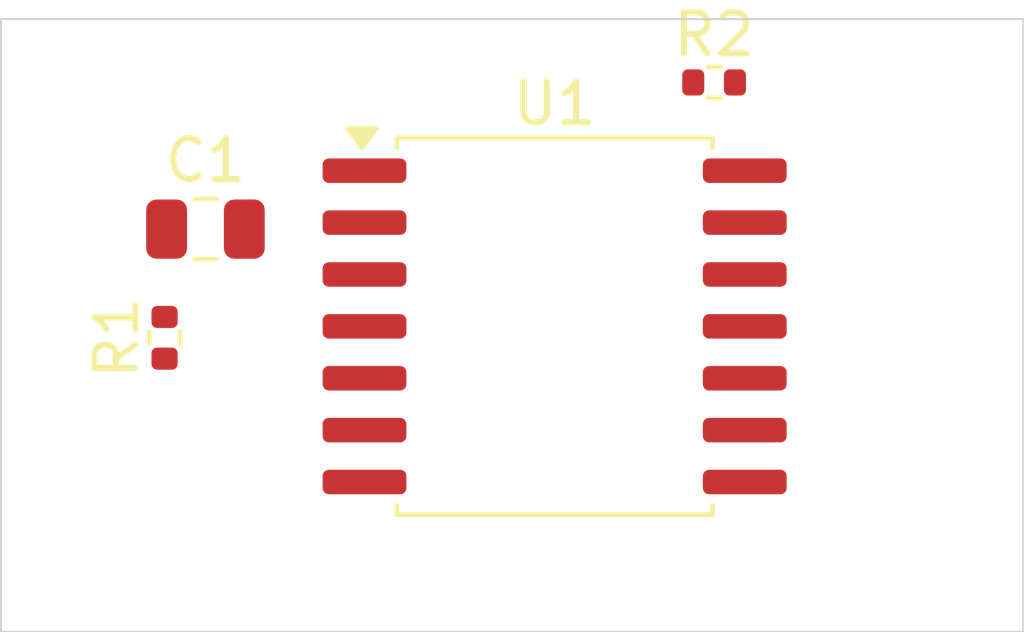
<source format=kicad_pcb>
(kicad_pcb (version 20241229) (generator "pcbnew") (generator_version "9.0")
  (layers (0 "F.Cu" signal) (4 "In1.Cu" signal) (6 "In2.Cu" signal) (2 "B.Cu" signal) (13 "F.Paste" user) (15 "B.Paste" user) (5 "F.SilkS" user "F.Silkscreen") (7 "B.SilkS" user "B.Silkscreen") (1 "F.Mask" user) (3 "B.Mask" user) (25 "Edge.Cuts" user))
  (net 0 "")
  (net 1 "GND")
  (net 2 "Net-(C1-Pad1)")
  (net 3 "VCC")
  (net 4 "Net-(U1-OUT)")
  (net 5 "Net-(U1-FB)")
  (footprint "Capacitor_SMD:C_0805_2012Metric" (layer "F.Cu") (at 110 75.14)
    (property "Reference" "C1" (at 0 -1.68 0) (layer "F.SilkS"))
    (property "Value" "C")
    (fp_line (start -0.261252 -0.735) (end 0.261252 -0.735) (stroke (width 0.12)) (layer "F.SilkS"))
    (fp_line (start -0.261252 0.735) (end 0.261252 0.735) (stroke (width 0.12)) (layer "F.SilkS"))
    (pad "1" smd roundrect (at -0.95 0) (size 1 1.45) (layers "F.Cu" "F.Mask" "F.Paste") (net 2 "Net-(C1-Pad1)"))
    (pad "2" smd roundrect (at 0.95 0) (size 1 1.45) (layers "F.Cu" "F.Mask" "F.Paste") (net 1 "GND"))
  )
  (footprint "Resistor_SMD:R_0402_1005Metric" (layer "F.Cu") (at 109 77.8 90)
    (property "Reference" "R1" (at 0 -1.17 90) (layer "F.SilkS"))
    (property "Value" "R")
    (fp_line (start -0.153641 -0.38) (end 0.153641 -0.38) (stroke (width 0.12)) (layer "F.SilkS"))
    (fp_line (start -0.153641 0.38) (end 0.153641 0.38) (stroke (width 0.12)) (layer "F.SilkS"))
    (pad "1" smd roundrect (at -0.51 0 90) (size 0.54 0.64) (layers "F.Cu" "F.Mask" "F.Paste") (net 3 "VCC"))
    (pad "2" smd roundrect (at 0.51 0 90) (size 0.54 0.64) (layers "F.Cu" "F.Mask" "F.Paste") (net 2 "Net-(C1-Pad1)"))
  )
  (footprint "Resistor_SMD:R_0402_1005Metric" (layer "F.Cu") (at 122.44 71.55)
    (property "Reference" "R2" (at 0 -1.17 0) (layer "F.SilkS"))
    (property "Value" "R")
    (fp_line (start -0.153641 -0.38) (end 0.153641 -0.38) (stroke (width 0.12)) (layer "F.SilkS"))
    (fp_line (start -0.153641 0.38) (end 0.153641 0.38) (stroke (width 0.12)) (layer "F.SilkS"))
    (pad "1" smd roundrect (at -0.51 0) (size 0.54 0.64) (layers "F.Cu" "F.Mask" "F.Paste") (net 5 "Net-(U1-FB)"))
    (pad "2" smd roundrect (at 0.51 0) (size 0.54 0.64) (layers "F.Cu" "F.Mask" "F.Paste") (net 4 "Net-(U1-OUT)"))
  )
  (footprint "Package_SO:SOIC-14W_7.5x9mm_P1.27mm" (layer "F.Cu") (at 118.54 77.52)
    (property "Reference" "U1" (at 0 -5.45 0) (layer "F.SilkS"))
    (property "Value" "LM2574HVM-3.3")
    (fp_line (start -3.86 -4.61) (end -3.86 -4.37) (stroke (width 0.12)) (layer "F.SilkS"))
    (fp_line (start -3.86 4.61) (end -3.86 4.37) (stroke (width 0.12)) (layer "F.SilkS"))
    (fp_line (start 0 -4.61) (end -3.86 -4.61) (stroke (width 0.12)) (layer "F.SilkS"))
    (fp_line (start 0 -4.61) (end 3.86 -4.61) (stroke (width 0.12)) (layer "F.SilkS"))
    (fp_line (start 0 4.61) (end -3.86 4.61) (stroke (width 0.12)) (layer "F.SilkS"))
    (fp_line (start 0 4.61) (end 3.86 4.61) (stroke (width 0.12)) (layer "F.SilkS"))
    (fp_line (start 3.86 -4.61) (end 3.86 -4.37) (stroke (width 0.12)) (layer "F.SilkS"))
    (fp_line (start 3.86 4.61) (end 3.86 4.37) (stroke (width 0.12)) (layer "F.SilkS"))
    (fp_poly (pts (xy -4.7125 -4.37) (xy -5.0525 -4.84) (xy -4.3725 -4.84)) (stroke (width 0.12)) (fill yes) (layer "F.SilkS"))
    (pad "1" smd roundrect (at -4.65 -3.81) (size 2.05 0.6) (layers "F.Cu" "F.Mask" "F.Paste"))
    (pad "2" smd roundrect (at -4.65 -2.54) (size 2.05 0.6) (layers "F.Cu" "F.Mask" "F.Paste"))
    (pad "3" smd roundrect (at -4.65 -1.27) (size 2.05 0.6) (layers "F.Cu" "F.Mask" "F.Paste") (net 5 "Net-(U1-FB)"))
    (pad "4" smd roundrect (at -4.65 0) (size 2.05 0.6) (layers "F.Cu" "F.Mask" "F.Paste") (net 1 "GND"))
    (pad "5" smd roundrect (at -4.65 1.27) (size 2.05 0.6) (layers "F.Cu" "F.Mask" "F.Paste") (net 3 "VCC"))
    (pad "6" smd roundrect (at -4.65 2.54) (size 2.05 0.6) (layers "F.Cu" "F.Mask" "F.Paste") (net 1 "GND"))
    (pad "7" smd roundrect (at -4.65 3.81) (size 2.05 0.6) (layers "F.Cu" "F.Mask" "F.Paste"))
    (pad "8" smd roundrect (at 4.65 3.81) (size 2.05 0.6) (layers "F.Cu" "F.Mask" "F.Paste"))
    (pad "9" smd roundrect (at 4.65 2.54) (size 2.05 0.6) (layers "F.Cu" "F.Mask" "F.Paste"))
    (pad "10" smd roundrect (at 4.65 1.27) (size 2.05 0.6) (layers "F.Cu" "F.Mask" "F.Paste") (net 3 "VCC"))
    (pad "11" smd roundrect (at 4.65 0) (size 2.05 0.6) (layers "F.Cu" "F.Mask" "F.Paste"))
    (pad "12" smd roundrect (at 4.65 -1.27) (size 2.05 0.6) (layers "F.Cu" "F.Mask" "F.Paste") (net 4 "Net-(U1-OUT)"))
    (pad "13" smd roundrect (at 4.65 -2.54) (size 2.05 0.6) (layers "F.Cu" "F.Mask" "F.Paste"))
    (pad "14" smd roundrect (at 4.65 -3.81) (size 2.05 0.6) (layers "F.Cu" "F.Mask" "F.Paste"))
  )
  (gr_rect (start 105 70) (end 130 85) (stroke (width 0.05)) (fill no) (layer "Edge.Cuts"))
)
</source>
